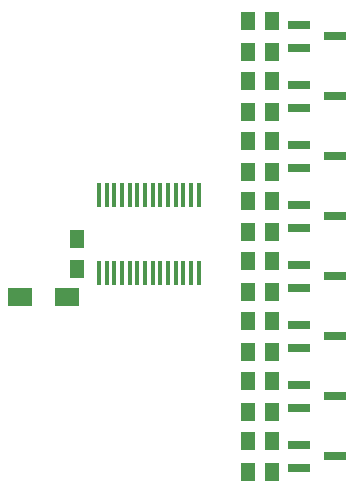
<source format=gbr>
G04 #@! TF.FileFunction,Paste,Bot*
%FSLAX46Y46*%
G04 Gerber Fmt 4.6, Leading zero omitted, Abs format (unit mm)*
G04 Created by KiCad (PCBNEW 4.0.4-stable) date 12/22/16 08:10:22*
%MOMM*%
%LPD*%
G01*
G04 APERTURE LIST*
%ADD10C,0.100000*%
%ADD11R,1.250000X1.500000*%
%ADD12R,2.000000X1.600000*%
%ADD13R,0.400000X2.000000*%
%ADD14R,1.900000X0.800000*%
%ADD15R,1.300000X1.500000*%
G04 APERTURE END LIST*
D10*
D11*
X119634000Y-127361000D03*
X119634000Y-124861000D03*
D12*
X118840000Y-129794000D03*
X114840000Y-129794000D03*
D13*
X121505000Y-121160000D03*
X129955000Y-127760000D03*
X122155000Y-121160000D03*
X122805000Y-121160000D03*
X123455000Y-121160000D03*
X124105000Y-121160000D03*
X124755000Y-121160000D03*
X125405000Y-121160000D03*
X126055000Y-121160000D03*
X126705000Y-121160000D03*
X127355000Y-121160000D03*
X128005000Y-121160000D03*
X128655000Y-121160000D03*
X129305000Y-121160000D03*
X129955000Y-121160000D03*
X129305000Y-127760000D03*
X128655000Y-127760000D03*
X128005000Y-127760000D03*
X127355000Y-127760000D03*
X126705000Y-127760000D03*
X126055000Y-127760000D03*
X125405000Y-127760000D03*
X124755000Y-127760000D03*
X124105000Y-127760000D03*
X123455000Y-127760000D03*
X122805000Y-127760000D03*
X122155000Y-127760000D03*
X121505000Y-127760000D03*
D14*
X138454000Y-108646000D03*
X138454000Y-106746000D03*
X141454000Y-107696000D03*
X138454000Y-113726000D03*
X138454000Y-111826000D03*
X141454000Y-112776000D03*
X138454000Y-118806000D03*
X138454000Y-116906000D03*
X141454000Y-117856000D03*
X138454000Y-123886000D03*
X138454000Y-121986000D03*
X141454000Y-122936000D03*
X138454000Y-128966000D03*
X138454000Y-127066000D03*
X141454000Y-128016000D03*
X138454000Y-134046000D03*
X138454000Y-132146000D03*
X141454000Y-133096000D03*
X138454000Y-139126000D03*
X138454000Y-137226000D03*
X141454000Y-138176000D03*
X138454000Y-144206000D03*
X138454000Y-142306000D03*
X141454000Y-143256000D03*
D15*
X134112000Y-109046000D03*
X134112000Y-106346000D03*
X136144000Y-109046000D03*
X136144000Y-106346000D03*
X134112000Y-114126000D03*
X134112000Y-111426000D03*
X136144000Y-114126000D03*
X136144000Y-111426000D03*
X134112000Y-119206000D03*
X134112000Y-116506000D03*
X136144000Y-119206000D03*
X136144000Y-116506000D03*
X134112000Y-124286000D03*
X134112000Y-121586000D03*
X136144000Y-124286000D03*
X136144000Y-121586000D03*
X134112000Y-129366000D03*
X134112000Y-126666000D03*
X136144000Y-129366000D03*
X136144000Y-126666000D03*
X134112000Y-134446000D03*
X134112000Y-131746000D03*
X136144000Y-134446000D03*
X136144000Y-131746000D03*
X134112000Y-139526000D03*
X134112000Y-136826000D03*
X136144000Y-139526000D03*
X136144000Y-136826000D03*
X134112000Y-144606000D03*
X134112000Y-141906000D03*
X136144000Y-144606000D03*
X136144000Y-141906000D03*
M02*

</source>
